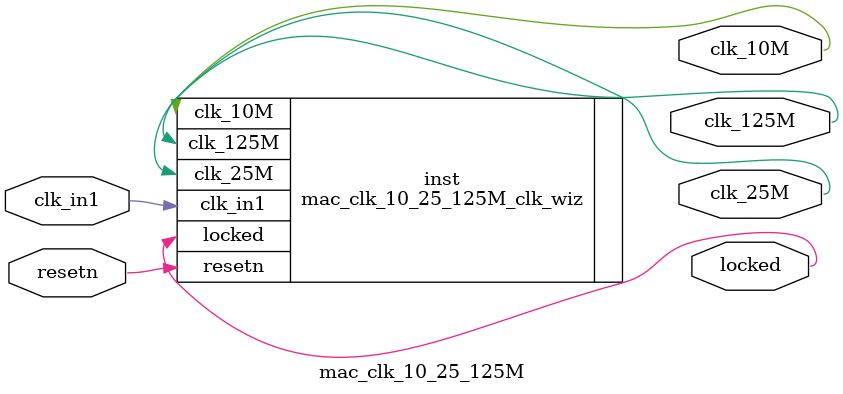
<source format=v>


`timescale 1ps/1ps

(* CORE_GENERATION_INFO = "mac_clk_10_25_125M,clk_wiz_v6_0_9_0_0,{component_name=mac_clk_10_25_125M,use_phase_alignment=true,use_min_o_jitter=false,use_max_i_jitter=false,use_dyn_phase_shift=false,use_inclk_switchover=false,use_dyn_reconfig=false,enable_axi=0,feedback_source=FDBK_AUTO,PRIMITIVE=PLL,num_out_clk=3,clkin1_period=10.000,clkin2_period=10.000,use_power_down=false,use_reset=true,use_locked=true,use_inclk_stopped=false,feedback_type=SINGLE,CLOCK_MGR_TYPE=NA,manual_override=false}" *)

module mac_clk_10_25_125M 
 (
  // Clock out ports
  output        clk_10M,
  output        clk_25M,
  output        clk_125M,
  // Status and control signals
  input         resetn,
  output        locked,
 // Clock in ports
  input         clk_in1
 );

  mac_clk_10_25_125M_clk_wiz inst
  (
  // Clock out ports  
  .clk_10M(clk_10M),
  .clk_25M(clk_25M),
  .clk_125M(clk_125M),
  // Status and control signals               
  .resetn(resetn), 
  .locked(locked),
 // Clock in ports
  .clk_in1(clk_in1)
  );

endmodule

</source>
